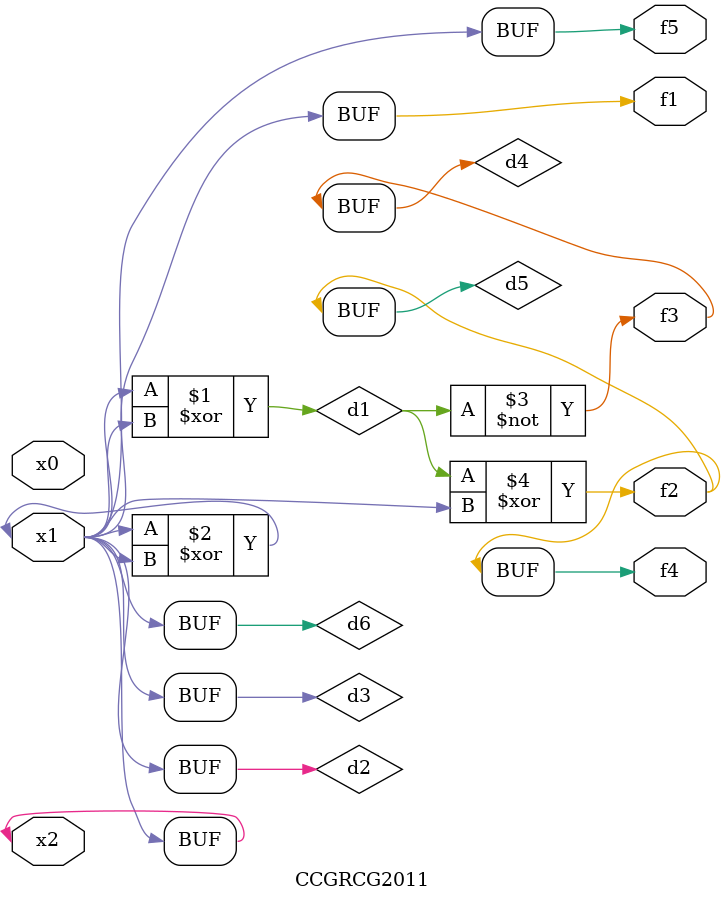
<source format=v>
module CCGRCG2011(
	input x0, x1, x2,
	output f1, f2, f3, f4, f5
);

	wire d1, d2, d3, d4, d5, d6;

	xor (d1, x1, x2);
	buf (d2, x1, x2);
	xor (d3, x1, x2);
	nor (d4, d1);
	xor (d5, d1, d2);
	buf (d6, d2, d3);
	assign f1 = d6;
	assign f2 = d5;
	assign f3 = d4;
	assign f4 = d5;
	assign f5 = d6;
endmodule

</source>
